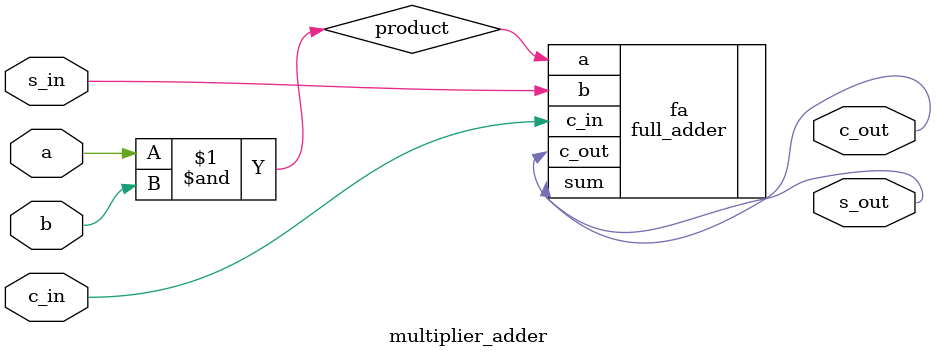
<source format=v>
module multiplier_adder
(
 input a, b,
 input c_in,
 input s_in,
 output c_out, s_out
);

   wire product;

   full_adder fa(.a(product),
                 .b(s_in),
                 .c_in(c_in),
                 .sum(s_out),
                 .c_out(c_out));

   assign product = a & b;

endmodule // multiplier_adder

</source>
